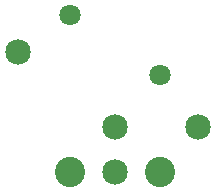
<source format=gbs>
G04*
G04 #@! TF.GenerationSoftware,Altium Limited,CircuitStudio,1.5.2 (30)*
G04*
G04 Layer_Color=8150272*
%FSLAX25Y25*%
%MOIN*%
G70*
G01*
G75*
%ADD54C,0.07100*%
%ADD55C,0.10100*%
%ADD56C,0.08500*%
D54*
X208319Y612878D02*
D03*
X238319Y592878D02*
D03*
D55*
Y560378D02*
D03*
X208319D02*
D03*
D56*
X190819Y600378D02*
D03*
X250819Y575378D02*
D03*
X223319D02*
D03*
Y560378D02*
D03*
M02*

</source>
